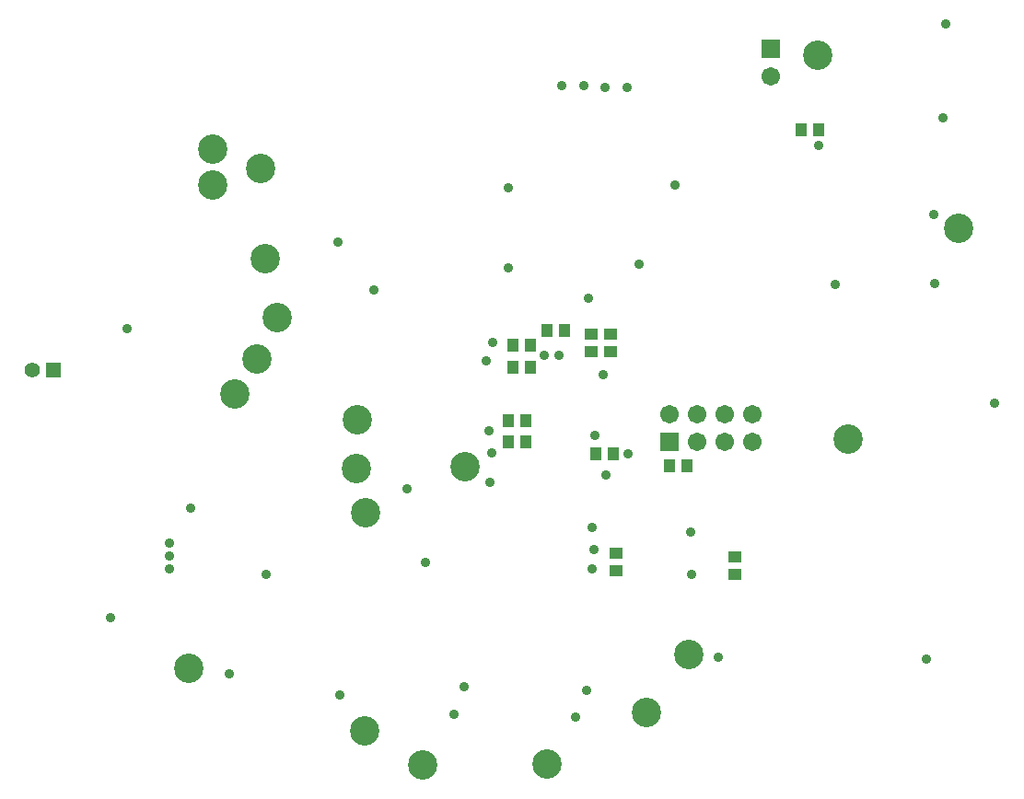
<source format=gbs>
G04*
G04 #@! TF.GenerationSoftware,Altium Limited,Altium Designer,18.1.7 (191)*
G04*
G04 Layer_Color=16711935*
%FSLAX25Y25*%
%MOIN*%
G70*
G01*
G75*
%ADD37R,0.04343X0.04737*%
%ADD43R,0.04737X0.04343*%
%ADD57C,0.10642*%
%ADD58R,0.05374X0.05374*%
%ADD59C,0.05524*%
%ADD60R,0.06706X0.06706*%
%ADD61C,0.06706*%
%ADD62R,0.06706X0.06706*%
%ADD63C,0.03600*%
D37*
X204150Y176014D02*
D03*
X197850D02*
D03*
X302201Y262000D02*
D03*
X308500D02*
D03*
X216281Y189432D02*
D03*
X209982D02*
D03*
X197850Y184014D02*
D03*
X204150D02*
D03*
X195980Y156691D02*
D03*
X202280D02*
D03*
X254350Y140500D02*
D03*
X260650D02*
D03*
X227701Y144841D02*
D03*
X234000D02*
D03*
X202280Y149191D02*
D03*
X195980D02*
D03*
D43*
X234922Y108650D02*
D03*
Y102350D02*
D03*
X278000Y107299D02*
D03*
Y101000D02*
D03*
X226000Y188150D02*
D03*
Y181850D02*
D03*
X233000D02*
D03*
Y188150D02*
D03*
D57*
X144000Y44500D02*
D03*
X80500Y67000D02*
D03*
X165000Y32000D02*
D03*
X106500Y248000D02*
D03*
X89000Y255000D02*
D03*
X141000Y139500D02*
D03*
X180500Y140000D02*
D03*
X144500Y123500D02*
D03*
X112500Y194000D02*
D03*
X97000Y166500D02*
D03*
X89000Y242000D02*
D03*
X246000Y51000D02*
D03*
X261500Y72000D02*
D03*
X210000Y32500D02*
D03*
X359000Y226500D02*
D03*
X308000Y289000D02*
D03*
X319000Y150000D02*
D03*
X141500Y157000D02*
D03*
X105000Y179000D02*
D03*
X108000Y215500D02*
D03*
D58*
X31500Y175000D02*
D03*
D59*
X23626D02*
D03*
D60*
X254394Y149119D02*
D03*
D61*
X264394D02*
D03*
X274394D02*
D03*
X284394D02*
D03*
X254394Y159119D02*
D03*
X264394D02*
D03*
X274394D02*
D03*
X284394D02*
D03*
X291000Y281500D02*
D03*
D62*
Y291500D02*
D03*
D63*
X350500Y206500D02*
D03*
X314500Y206000D02*
D03*
X372000Y163000D02*
D03*
X308500Y256500D02*
D03*
X73500Y103000D02*
D03*
Y112500D02*
D03*
Y107750D02*
D03*
X272000Y71000D02*
D03*
X189000Y153000D02*
D03*
X159500Y132000D02*
D03*
X227000Y110000D02*
D03*
X166000Y105500D02*
D03*
X108500Y101000D02*
D03*
X95000Y65000D02*
D03*
X135000Y57500D02*
D03*
X224500Y59000D02*
D03*
X220500Y49500D02*
D03*
X189500Y134500D02*
D03*
X180000Y60500D02*
D03*
X176500Y50500D02*
D03*
X231500Y137000D02*
D03*
X188000Y178500D02*
D03*
X196000Y241000D02*
D03*
Y212000D02*
D03*
X134500Y221500D02*
D03*
X147500Y204000D02*
D03*
X58000Y190000D02*
D03*
X190000Y145000D02*
D03*
X225000Y201000D02*
D03*
X354500Y300500D02*
D03*
X353500Y266500D02*
D03*
X350000Y231500D02*
D03*
X262000Y116500D02*
D03*
X230500Y173500D02*
D03*
X262500Y101000D02*
D03*
X347500Y70500D02*
D03*
X239000Y277500D02*
D03*
X223500Y278000D02*
D03*
X231000Y277500D02*
D03*
X215500Y278000D02*
D03*
X190500Y185000D02*
D03*
X214500Y180500D02*
D03*
X209000D02*
D03*
X226500Y118000D02*
D03*
Y103000D02*
D03*
X227500Y151500D02*
D03*
X239315Y144841D02*
D03*
X52057Y85385D02*
D03*
X81000Y124991D02*
D03*
X256236Y242191D02*
D03*
X243470Y213542D02*
D03*
M02*

</source>
